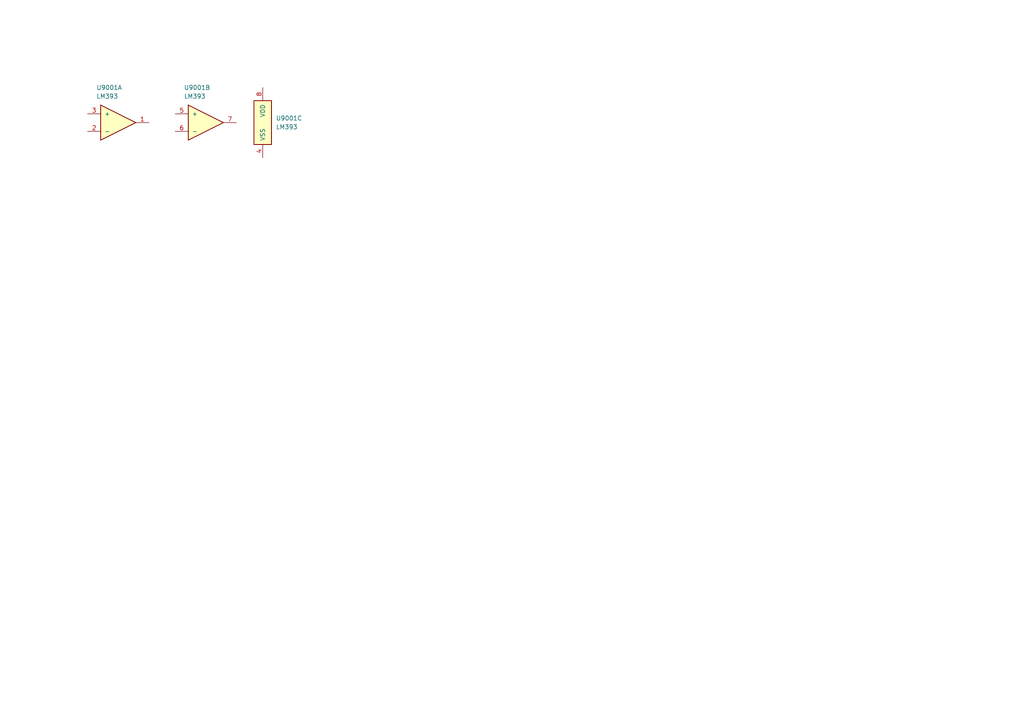
<source format=kicad_sch>
(kicad_sch
	(version 20231120)
	(generator "eeschema")
	(generator_version "8.0")
	(uuid "fb45dc27-de3c-43e6-b877-1c51e12c4958")
	(paper "A4")
	(title_block
		(title "Lily KiCad Library test")
		(date "2024-05-03")
		(rev "1")
		(company "LilyTronics")
	)
	(lib_symbols
		(symbol "lily_symbols:ic_comparator_dual_LM393_soic8"
			(pin_names
				(offset 1.016)
			)
			(exclude_from_sim no)
			(in_bom yes)
			(on_board yes)
			(property "Reference" "U"
				(at 2.54 7.62 0)
				(effects
					(font
						(size 1.27 1.27)
					)
					(justify left)
				)
			)
			(property "Value" "LM393"
				(at 2.54 5.08 0)
				(effects
					(font
						(size 1.27 1.27)
					)
					(justify left)
				)
			)
			(property "Footprint" "lily_footprints:soic8"
				(at 7.62 -15.24 0)
				(effects
					(font
						(size 1.27 1.27)
					)
					(hide yes)
				)
			)
			(property "Datasheet" ""
				(at 0 0 0)
				(effects
					(font
						(size 1.27 1.27)
					)
					(hide yes)
				)
			)
			(property "Description" ""
				(at 0 0 0)
				(effects
					(font
						(size 1.27 1.27)
					)
					(hide yes)
				)
			)
			(property "Revision" "1"
				(at 7.62 -10.16 0)
				(effects
					(font
						(size 1.27 1.27)
					)
					(hide yes)
				)
			)
			(property "Status" "Active"
				(at 7.62 -12.7 0)
				(effects
					(font
						(size 1.27 1.27)
					)
					(hide yes)
				)
			)
			(property "Manufacturer" "onsemi"
				(at 7.62 -17.78 0)
				(effects
					(font
						(size 1.27 1.27)
					)
					(hide yes)
				)
			)
			(property "Manufacturer_ID" "LM393DR2G"
				(at 7.62 -20.32 0)
				(effects
					(font
						(size 1.27 1.27)
					)
					(hide yes)
				)
			)
			(property "Lily_ID" "1914-10007"
				(at 7.62 -22.86 0)
				(effects
					(font
						(size 1.27 1.27)
					)
					(hide yes)
				)
			)
			(property "JLCPCB_ID" "C7955"
				(at 7.62 -25.4 0)
				(effects
					(font
						(size 1.27 1.27)
					)
					(hide yes)
				)
			)
			(property "JLC_PCB_STATUS" "Basic"
				(at 7.62 -27.94 0)
				(effects
					(font
						(size 1.27 1.27)
					)
					(hide yes)
				)
			)
			(property "Notes" "Extended: C67470, is much cheaper"
				(at 7.62 -30.48 0)
				(effects
					(font
						(size 1.27 1.27)
					)
					(hide yes)
				)
			)
			(property "ki_locked" ""
				(at 0 0 0)
				(effects
					(font
						(size 1.27 1.27)
					)
				)
			)
			(symbol "ic_comparator_dual_LM393_soic8_1_1"
				(polyline
					(pts
						(xy 3.81 2.54) (xy 3.81 -7.62) (xy 13.97 -2.54) (xy 3.81 2.54)
					)
					(stroke
						(width 0.254)
						(type default)
					)
					(fill
						(type background)
					)
				)
				(pin open_collector line
					(at 17.78 -2.54 180)
					(length 3.81)
					(name "~"
						(effects
							(font
								(size 1.27 1.27)
							)
						)
					)
					(number "1"
						(effects
							(font
								(size 1.27 1.27)
							)
						)
					)
				)
				(pin input line
					(at 0 -5.08 0)
					(length 3.81)
					(name "-"
						(effects
							(font
								(size 1.27 1.27)
							)
						)
					)
					(number "2"
						(effects
							(font
								(size 1.27 1.27)
							)
						)
					)
				)
				(pin input line
					(at 0 0 0)
					(length 3.81)
					(name "+"
						(effects
							(font
								(size 1.27 1.27)
							)
						)
					)
					(number "3"
						(effects
							(font
								(size 1.27 1.27)
							)
						)
					)
				)
			)
			(symbol "ic_comparator_dual_LM393_soic8_2_1"
				(polyline
					(pts
						(xy 3.81 2.54) (xy 3.81 -7.62) (xy 13.97 -2.54) (xy 3.81 2.54)
					)
					(stroke
						(width 0.254)
						(type default)
					)
					(fill
						(type background)
					)
				)
				(pin input line
					(at 0 0 0)
					(length 3.81)
					(name "+"
						(effects
							(font
								(size 1.27 1.27)
							)
						)
					)
					(number "5"
						(effects
							(font
								(size 1.27 1.27)
							)
						)
					)
				)
				(pin input line
					(at 0 -5.08 0)
					(length 3.81)
					(name "-"
						(effects
							(font
								(size 1.27 1.27)
							)
						)
					)
					(number "6"
						(effects
							(font
								(size 1.27 1.27)
							)
						)
					)
				)
				(pin output line
					(at 17.78 -2.54 180)
					(length 3.81)
					(name "~"
						(effects
							(font
								(size 1.27 1.27)
							)
						)
					)
					(number "7"
						(effects
							(font
								(size 1.27 1.27)
							)
						)
					)
				)
			)
			(symbol "ic_comparator_dual_LM393_soic8_3_1"
				(rectangle
					(start -2.54 -3.81)
					(end 2.54 -16.51)
					(stroke
						(width 0.254)
						(type default)
					)
					(fill
						(type background)
					)
				)
				(pin power_in line
					(at 0 -20.32 90)
					(length 3.81)
					(name "VSS"
						(effects
							(font
								(size 1.27 1.27)
							)
						)
					)
					(number "4"
						(effects
							(font
								(size 1.27 1.27)
							)
						)
					)
				)
				(pin power_in line
					(at 0 0 270)
					(length 3.81)
					(name "VDD"
						(effects
							(font
								(size 1.27 1.27)
							)
						)
					)
					(number "8"
						(effects
							(font
								(size 1.27 1.27)
							)
						)
					)
				)
			)
		)
	)
	(symbol
		(lib_id "lily_symbols:ic_comparator_dual_LM393_soic8")
		(at 76.2 25.4 0)
		(unit 3)
		(exclude_from_sim no)
		(in_bom yes)
		(on_board yes)
		(dnp no)
		(uuid "45fc3749-bf81-47e4-9be2-b199e736ce13")
		(property "Reference" "U9001"
			(at 80.01 34.29 0)
			(effects
				(font
					(size 1.27 1.27)
				)
				(justify left)
			)
		)
		(property "Value" "LM393"
			(at 80.01 36.83 0)
			(effects
				(font
					(size 1.27 1.27)
				)
				(justify left)
			)
		)
		(property "Footprint" "lily_footprints:soic8"
			(at 83.82 40.64 0)
			(effects
				(font
					(size 1.27 1.27)
				)
				(hide yes)
			)
		)
		(property "Datasheet" ""
			(at 76.2 25.4 0)
			(effects
				(font
					(size 1.27 1.27)
				)
				(hide yes)
			)
		)
		(property "Description" ""
			(at 76.2 25.4 0)
			(effects
				(font
					(size 1.27 1.27)
				)
				(hide yes)
			)
		)
		(property "Revision" "1"
			(at 83.82 35.56 0)
			(effects
				(font
					(size 1.27 1.27)
				)
				(hide yes)
			)
		)
		(property "Status" "Active"
			(at 83.82 38.1 0)
			(effects
				(font
					(size 1.27 1.27)
				)
				(hide yes)
			)
		)
		(property "Manufacturer" "onsemi"
			(at 83.82 43.18 0)
			(effects
				(font
					(size 1.27 1.27)
				)
				(hide yes)
			)
		)
		(property "Manufacturer_ID" "LM393DR2G"
			(at 83.82 45.72 0)
			(effects
				(font
					(size 1.27 1.27)
				)
				(hide yes)
			)
		)
		(property "Lily_ID" "1914-10007"
			(at 83.82 48.26 0)
			(effects
				(font
					(size 1.27 1.27)
				)
				(hide yes)
			)
		)
		(property "JLCPCB_ID" "C7955"
			(at 83.82 50.8 0)
			(effects
				(font
					(size 1.27 1.27)
				)
				(hide yes)
			)
		)
		(property "JLC_PCB_STATUS" "Basic"
			(at 83.82 53.34 0)
			(effects
				(font
					(size 1.27 1.27)
				)
				(hide yes)
			)
		)
		(property "Notes" "Extended: C67470, is much cheaper"
			(at 83.82 55.88 0)
			(effects
				(font
					(size 1.27 1.27)
				)
				(hide yes)
			)
		)
		(pin "7"
			(uuid "d1a6877e-f5b7-42a9-a543-e56c02f2ddbf")
		)
		(pin "4"
			(uuid "2dc61c30-b927-4206-bf4a-7fdf6829c12b")
		)
		(pin "2"
			(uuid "9d480544-afb7-4063-a9b4-ffadf51e5e23")
		)
		(pin "3"
			(uuid "5f5c8205-50c0-4887-9a7e-df3188fe1ad2")
		)
		(pin "1"
			(uuid "ad5a46b5-a869-40d0-9074-b41d457e55e1")
		)
		(pin "5"
			(uuid "da68baa2-41c9-4826-a848-ebd503b934a8")
		)
		(pin "6"
			(uuid "424995d2-50f7-4e7b-b28c-aa1dfc7767ba")
		)
		(pin "8"
			(uuid "b26c78e8-dd7c-4333-adc1-761a744bbd21")
		)
		(instances
			(project "kicad_lib_test"
				(path "/032b8f2d-5c08-4381-9e3a-c197ca84e3c5/9fb25efd-ab18-4e2b-b4bf-295198142123"
					(reference "U9001")
					(unit 3)
				)
			)
		)
	)
	(symbol
		(lib_id "lily_symbols:ic_comparator_dual_LM393_soic8")
		(at 25.4 33.02 0)
		(unit 1)
		(exclude_from_sim no)
		(in_bom yes)
		(on_board yes)
		(dnp no)
		(uuid "8b7c7875-2c5f-442c-8914-fee567a7157e")
		(property "Reference" "U9001"
			(at 27.94 25.4 0)
			(effects
				(font
					(size 1.27 1.27)
				)
				(justify left)
			)
		)
		(property "Value" "LM393"
			(at 27.94 27.94 0)
			(effects
				(font
					(size 1.27 1.27)
				)
				(justify left)
			)
		)
		(property "Footprint" "lily_footprints:soic8"
			(at 33.02 48.26 0)
			(effects
				(font
					(size 1.27 1.27)
				)
				(hide yes)
			)
		)
		(property "Datasheet" ""
			(at 25.4 33.02 0)
			(effects
				(font
					(size 1.27 1.27)
				)
				(hide yes)
			)
		)
		(property "Description" ""
			(at 25.4 33.02 0)
			(effects
				(font
					(size 1.27 1.27)
				)
				(hide yes)
			)
		)
		(property "Revision" "1"
			(at 33.02 43.18 0)
			(effects
				(font
					(size 1.27 1.27)
				)
				(hide yes)
			)
		)
		(property "Status" "Active"
			(at 33.02 45.72 0)
			(effects
				(font
					(size 1.27 1.27)
				)
				(hide yes)
			)
		)
		(property "Manufacturer" "onsemi"
			(at 33.02 50.8 0)
			(effects
				(font
					(size 1.27 1.27)
				)
				(hide yes)
			)
		)
		(property "Manufacturer_ID" "LM393DR2G"
			(at 33.02 53.34 0)
			(effects
				(font
					(size 1.27 1.27)
				)
				(hide yes)
			)
		)
		(property "Lily_ID" "1914-10007"
			(at 33.02 55.88 0)
			(effects
				(font
					(size 1.27 1.27)
				)
				(hide yes)
			)
		)
		(property "JLCPCB_ID" "C7955"
			(at 33.02 58.42 0)
			(effects
				(font
					(size 1.27 1.27)
				)
				(hide yes)
			)
		)
		(property "JLC_PCB_STATUS" "Basic"
			(at 33.02 60.96 0)
			(effects
				(font
					(size 1.27 1.27)
				)
				(hide yes)
			)
		)
		(property "Notes" "Extended: C67470, is much cheaper"
			(at 33.02 63.5 0)
			(effects
				(font
					(size 1.27 1.27)
				)
				(hide yes)
			)
		)
		(pin "7"
			(uuid "d1a6877e-f5b7-42a9-a543-e56c02f2ddbf")
		)
		(pin "4"
			(uuid "2dc61c30-b927-4206-bf4a-7fdf6829c12b")
		)
		(pin "2"
			(uuid "9d480544-afb7-4063-a9b4-ffadf51e5e23")
		)
		(pin "3"
			(uuid "5f5c8205-50c0-4887-9a7e-df3188fe1ad2")
		)
		(pin "1"
			(uuid "ad5a46b5-a869-40d0-9074-b41d457e55e1")
		)
		(pin "5"
			(uuid "da68baa2-41c9-4826-a848-ebd503b934a8")
		)
		(pin "6"
			(uuid "424995d2-50f7-4e7b-b28c-aa1dfc7767ba")
		)
		(pin "8"
			(uuid "b26c78e8-dd7c-4333-adc1-761a744bbd21")
		)
		(instances
			(project "kicad_lib_test"
				(path "/032b8f2d-5c08-4381-9e3a-c197ca84e3c5/9fb25efd-ab18-4e2b-b4bf-295198142123"
					(reference "U9001")
					(unit 1)
				)
			)
		)
	)
	(symbol
		(lib_id "lily_symbols:ic_comparator_dual_LM393_soic8")
		(at 50.8 33.02 0)
		(unit 2)
		(exclude_from_sim no)
		(in_bom yes)
		(on_board yes)
		(dnp no)
		(uuid "f1b47b80-c095-49a6-a6f5-fc735485742d")
		(property "Reference" "U9001"
			(at 53.34 25.4 0)
			(effects
				(font
					(size 1.27 1.27)
				)
				(justify left)
			)
		)
		(property "Value" "LM393"
			(at 53.34 27.94 0)
			(effects
				(font
					(size 1.27 1.27)
				)
				(justify left)
			)
		)
		(property "Footprint" "lily_footprints:soic8"
			(at 58.42 48.26 0)
			(effects
				(font
					(size 1.27 1.27)
				)
				(hide yes)
			)
		)
		(property "Datasheet" ""
			(at 50.8 33.02 0)
			(effects
				(font
					(size 1.27 1.27)
				)
				(hide yes)
			)
		)
		(property "Description" ""
			(at 50.8 33.02 0)
			(effects
				(font
					(size 1.27 1.27)
				)
				(hide yes)
			)
		)
		(property "Revision" "1"
			(at 58.42 43.18 0)
			(effects
				(font
					(size 1.27 1.27)
				)
				(hide yes)
			)
		)
		(property "Status" "Active"
			(at 58.42 45.72 0)
			(effects
				(font
					(size 1.27 1.27)
				)
				(hide yes)
			)
		)
		(property "Manufacturer" "onsemi"
			(at 58.42 50.8 0)
			(effects
				(font
					(size 1.27 1.27)
				)
				(hide yes)
			)
		)
		(property "Manufacturer_ID" "LM393DR2G"
			(at 58.42 53.34 0)
			(effects
				(font
					(size 1.27 1.27)
				)
				(hide yes)
			)
		)
		(property "Lily_ID" "1914-10007"
			(at 58.42 55.88 0)
			(effects
				(font
					(size 1.27 1.27)
				)
				(hide yes)
			)
		)
		(property "JLCPCB_ID" "C7955"
			(at 58.42 58.42 0)
			(effects
				(font
					(size 1.27 1.27)
				)
				(hide yes)
			)
		)
		(property "JLC_PCB_STATUS" "Basic"
			(at 58.42 60.96 0)
			(effects
				(font
					(size 1.27 1.27)
				)
				(hide yes)
			)
		)
		(property "Notes" "Extended: C67470, is much cheaper"
			(at 58.42 63.5 0)
			(effects
				(font
					(size 1.27 1.27)
				)
				(hide yes)
			)
		)
		(pin "7"
			(uuid "d1a6877e-f5b7-42a9-a543-e56c02f2ddbf")
		)
		(pin "4"
			(uuid "2dc61c30-b927-4206-bf4a-7fdf6829c12b")
		)
		(pin "2"
			(uuid "9d480544-afb7-4063-a9b4-ffadf51e5e23")
		)
		(pin "3"
			(uuid "5f5c8205-50c0-4887-9a7e-df3188fe1ad2")
		)
		(pin "1"
			(uuid "ad5a46b5-a869-40d0-9074-b41d457e55e1")
		)
		(pin "5"
			(uuid "da68baa2-41c9-4826-a848-ebd503b934a8")
		)
		(pin "6"
			(uuid "424995d2-50f7-4e7b-b28c-aa1dfc7767ba")
		)
		(pin "8"
			(uuid "b26c78e8-dd7c-4333-adc1-761a744bbd21")
		)
		(instances
			(project "kicad_lib_test"
				(path "/032b8f2d-5c08-4381-9e3a-c197ca84e3c5/9fb25efd-ab18-4e2b-b4bf-295198142123"
					(reference "U9001")
					(unit 2)
				)
			)
		)
	)
)
</source>
